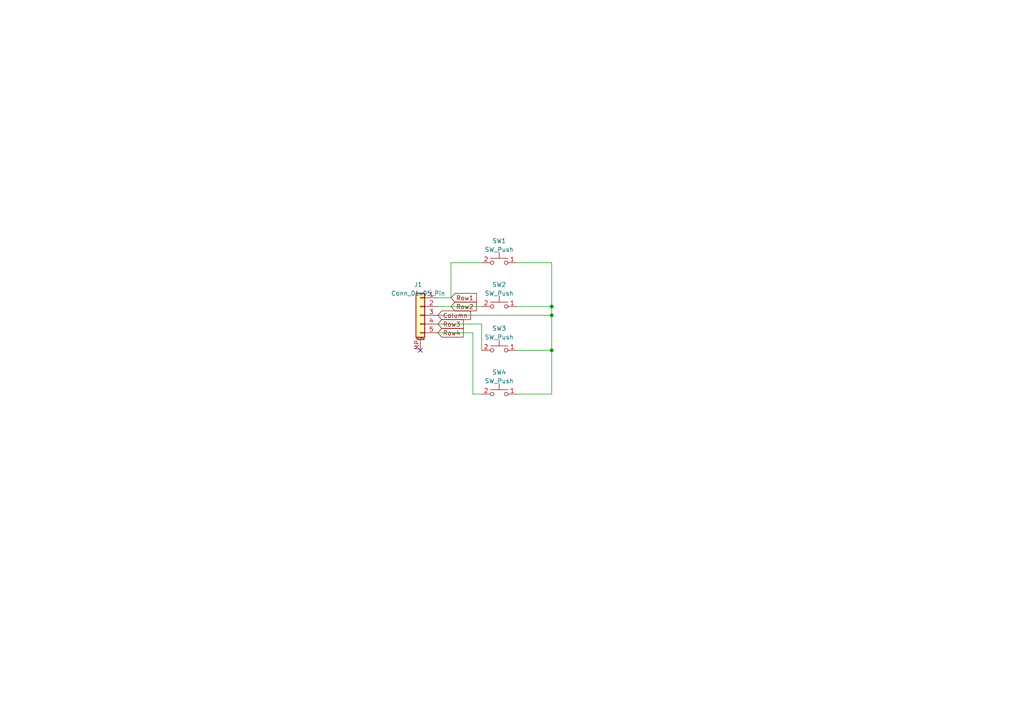
<source format=kicad_sch>
(kicad_sch (version 20230121) (generator eeschema)
  (paper "A4")
  (lib_symbols
    (symbol "Connector_Generic_MountingPin:Conn_01x05_MountingPin" (pin_names (offset 1.016) hide)
      (property "Reference" "J" (at 0 7.62 0))
      (property "Value" "Conn_01x05_MountingPin" (at 1.27 -7.62 0))
      (symbol "Conn_01x05_MountingPin_1_1"
        (rectangle (start -1.27 -4.953) (end 0 -5.207) (stroke (width 0.1524)))
        (rectangle (start -1.27 -2.413) (end 0 -2.667) (stroke (width 0.1524)))
        (rectangle (start -1.27 0.127) (end 0 -0.127) (stroke (width 0.1524)))
        (rectangle (start -1.27 2.667) (end 0 2.413) (stroke (width 0.1524)))
        (rectangle (start -1.27 5.207) (end 0 4.953) (stroke (width 0.1524)))
        (rectangle (start -1.27 6.35) (end 1.27 -6.35) (stroke (width 0.254)) (fill (type background)))
        (polyline (pts (xy -1.016 -7.112) (xy 1.016 -7.112)) (stroke (width 0.1524)))
        (text "Mounting" (at 0 -6.731 0) (effects (font (size 0.381 0.381))))
        (pin passive line (at -5.08 5.08 0) (length 3.81) (name "Pin_1") (number "1"))
        (pin passive line (at -5.08 2.54 0) (length 3.81) (name "Pin_2") (number "2"))
        (pin passive line (at -5.08 0 0) (length 3.81) (name "Pin_3") (number "3"))
        (pin passive line (at -5.08 -2.54 0) (length 3.81) (name "Pin_4") (number "4"))
        (pin passive line (at -5.08 -5.08 0) (length 3.81) (name "Pin_5") (number "5"))
        (pin passive line (at 0 -10.16 90) (length 3.048) (name "MountPin") (number "MP"))
      )
    )
    (symbol "SW_Push_1" (pin_names (offset 1.016) hide)
      (property "Reference" "SW" (at 1.27 2.54 0))
      (property "Value" "SW_Push" (at 0 -1.524 0))
      (symbol "SW_Push_1_0_1"
        (circle (center -2.032 0) (radius 0.508))
        (polyline (pts (xy 0 1.27) (xy 0 3.048)))
        (polyline (pts (xy 2.54 1.27) (xy -2.54 1.27)))
        (circle (center 2.032 0) (radius 0.508))
        (pin passive line (at -5.08 0 0) (length 2.54) (name "1") (number "1"))
        (pin passive line (at 5.08 0 180) (length 2.54) (name "2") (number "2"))
      )
    )
    (symbol "SW_Push_2" (pin_names (offset 1.016) hide)
      (property "Reference" "SW" (at 1.27 2.54 0))
      (property "Value" "SW_Push" (at 0 -1.524 0))
      (symbol "SW_Push_2_0_1"
        (circle (center -2.032 0) (radius 0.508))
        (polyline (pts (xy 0 1.27) (xy 0 3.048)))
        (polyline (pts (xy 2.54 1.27) (xy -2.54 1.27)))
        (circle (center 2.032 0) (radius 0.508))
        (pin passive line (at -5.08 0 0) (length 2.54) (name "1") (number "1"))
        (pin passive line (at 5.08 0 180) (length 2.54) (name "2") (number "2"))
      )
    )
    (symbol "SW_Push_3" (pin_names (offset 1.016) hide)
      (property "Reference" "SW" (at 1.27 2.54 0))
      (property "Value" "SW_Push" (at 0 -1.524 0))
      (symbol "SW_Push_3_0_1"
        (circle (center -2.032 0) (radius 0.508))
        (polyline (pts (xy 0 1.27) (xy 0 3.048)))
        (polyline (pts (xy 2.54 1.27) (xy -2.54 1.27)))
        (circle (center 2.032 0) (radius 0.508))
        (pin passive line (at -5.08 0 0) (length 2.54) (name "1") (number "1"))
        (pin passive line (at 5.08 0 180) (length 2.54) (name "2") (number "2"))
      )
    )
    (symbol "Switch:SW_Push" (pin_names (offset 1.016) hide)
      (property "Reference" "SW" (at 1.27 2.54 0))
      (property "Value" "SW_Push" (at 0 -1.524 0))
      (symbol "SW_Push_0_1"
        (circle (center -2.032 0) (radius 0.508))
        (polyline (pts (xy 0 1.27) (xy 0 3.048)))
        (polyline (pts (xy 2.54 1.27) (xy -2.54 1.27)))
        (circle (center 2.032 0) (radius 0.508))
        (pin passive line (at -5.08 0 0) (length 2.54) (name "1") (number "1"))
        (pin passive line (at 5.08 0 180) (length 2.54) (name "2") (number "2"))
      )
    )
  )
  (junction (at 160.02 101.6))
  (junction (at 160.02 91.44))
  (junction (at 160.02 88.9))
  (no_connect (at 121.92 101.6))
  (wire (pts (xy 127 88.9) (xy 139.7 88.9)))
  (wire (pts (xy 139.7 101.6) (xy 139.7 93.98)))
  (wire (pts (xy 149.86 88.9) (xy 160.02 88.9)))
  (wire (pts (xy 160.02 101.6) (xy 160.02 114.3)))
  (wire (pts (xy 130.81 76.2) (xy 139.7 76.2)))
  (wire (pts (xy 137.16 114.3) (xy 139.7 114.3)))
  (wire (pts (xy 160.02 88.9) (xy 160.02 91.44)))
  (wire (pts (xy 160.02 76.2) (xy 160.02 88.9)))
  (wire (pts (xy 130.81 86.36) (xy 130.81 76.2)))
  (wire (pts (xy 137.16 114.3) (xy 137.16 96.52)))
  (wire (pts (xy 139.7 93.98) (xy 127 93.98)))
  (wire (pts (xy 149.86 114.3) (xy 160.02 114.3)))
  (wire (pts (xy 137.16 96.52) (xy 127 96.52)))
  (wire (pts (xy 160.02 91.44) (xy 160.02 101.6)))
  (wire (pts (xy 149.86 101.6) (xy 160.02 101.6)))
  (wire (pts (xy 149.86 76.2) (xy 160.02 76.2)))
  (wire (pts (xy 127 91.44) (xy 160.02 91.44)))
  (wire (pts (xy 127 86.36) (xy 130.81 86.36)))
  (global_label "Row2" (shape input) (at 130.81 88.9 0) (property "Intersheetrefs" "${INTERSHEET_REFS}" (effects hide)))
  (global_label "Row1" (shape input) (at 130.81 86.36 0) (property "Intersheetrefs" "${INTERSHEET_REFS}" (effects hide)))
  (global_label "Row4" (shape input) (at 127 96.52 0) (property "Intersheetrefs" "${INTERSHEET_REFS}" (effects hide)))
  (global_label "Column" (shape input) (at 127 91.44 0) (property "Intersheetrefs" "${INTERSHEET_REFS}" (effects hide)))
  (global_label "Row3" (shape input) (at 127 93.98 0) (property "Intersheetrefs" "${INTERSHEET_REFS}" (effects hide)))
  (symbol (lib_name "SW_Push_3") (lib_id "Switch:SW_Push") (at 144.78 101.6 0) (mirror y) (unit 1)
    (property "Reference" "SW3" (at 144.78 95.25 0))
    (property "Value" "SW_Push" (at 144.78 97.79 0))
    (property "Footprint" "keyswitches:SW_PG1350" (effects hide))
  )
  (symbol (lib_id "Switch:SW_Push") (at 144.78 114.3 0) (mirror y) (unit 1)
    (property "Reference" "SW4" (at 144.78 107.95 0))
    (property "Value" "SW_Push" (at 144.78 110.49 0))
    (property "Footprint" "keyswitches:SW_PG1350" (effects hide))
  )
  (symbol (lib_name "SW_Push_1") (lib_id "Switch:SW_Push") (at 144.78 88.9 0) (mirror y) (unit 1)
    (property "Reference" "SW2" (at 144.78 82.55 0))
    (property "Value" "SW_Push" (at 144.78 85.09 0))
    (property "Footprint" "keyswitches:SW_PG1350" (effects hide))
  )
  (symbol (lib_id "Connector_Generic_MountingPin:Conn_01x05_MountingPin") (at 121.92 91.44 0) (mirror y) (unit 1)
    (property "Reference" "J1" (at 121.285 82.55 0))
    (property "Value" "Conn_01x05_Pin" (at 121.285 85.09 0))
    (property "Footprint" "Connector_FFC-FPC:TE_84952-5_1x05-1MP_P1.0mm_Horizontal" (effects hide))
  )
  (symbol (lib_name "SW_Push_2") (lib_id "Switch:SW_Push") (at 144.78 76.2 0) (mirror y) (unit 1)
    (property "Reference" "SW1" (at 144.78 69.85 0))
    (property "Value" "SW_Push" (at 144.78 72.39 0))
    (property "Footprint" "keyswitches:SW_PG1350" (effects hide))
  )
)
</source>
